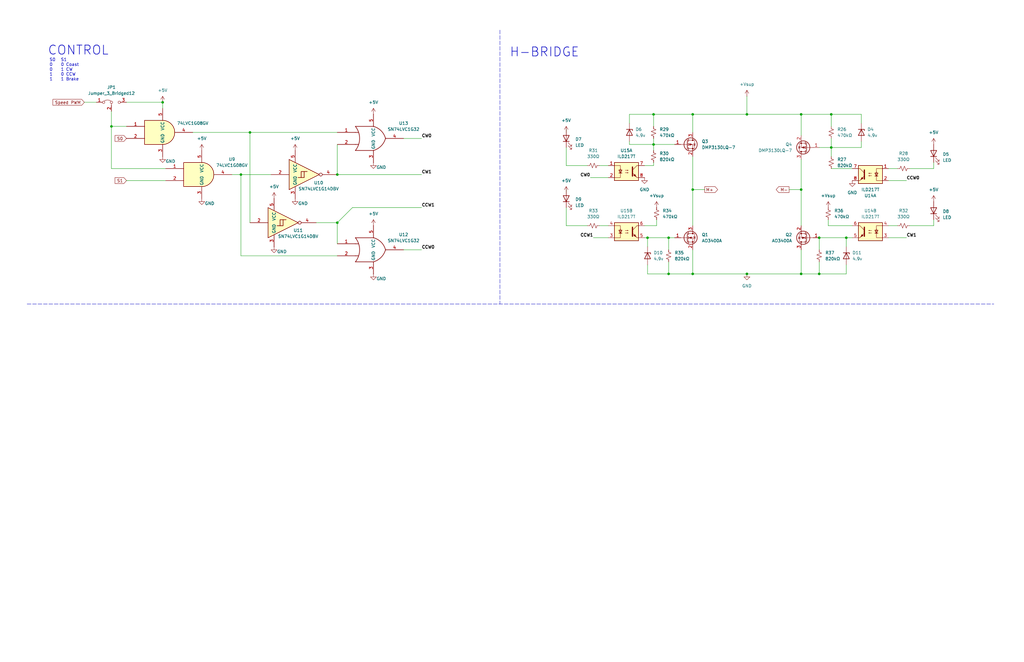
<source format=kicad_sch>
(kicad_sch (version 20250114) (generator "eeschema") (generator_version "9.0")
  (paper "USLedger")
  (lib_symbols
    (symbol "74xGxx:74LVC1G08GV"
      (property "Reference" "U" (at -5.08 7.62 0))
      (property "Value" "74LVC1G08GV" (at 7.62 -7.62 0))
      (symbol "74LVC1G08GV_0_1"
        (arc (start 0 5.08) (mid 5.0579 0) (end 0 -5.08) (stroke (width 0.254)) (fill (type background)))
        (polyline (pts (xy 0 -5.08) (xy -7.62 -5.08) (xy -7.62 5.08) (xy 0 5.08)) (stroke (width 0.254)) (fill (type background)))
      )
      (symbol "74LVC1G08GV_1_1"
        (pin input line (at -15.24 2.54 0) (length 7.62) (name "~") (number "1"))
        (pin input line (at -15.24 -2.54 0) (length 7.62) (name "~") (number "2"))
        (pin power_in line (at 0 10.16 270) (length 5.08) (name "VCC") (number "5"))
        (pin power_in line (at 0 -10.16 90) (length 5.08) (name "GND") (number "3"))
        (pin output line (at 12.7 0 180) (length 7.62) (name "~") (number "4"))
      )
    )
    (symbol "74xGxx:SN74LVC1G14DBV"
      (property "Reference" "U" (at 0 3.81 0))
      (property "Value" "SN74LVC1G14DBV" (at 0 -3.81 0))
      (symbol "SN74LVC1G14DBV_0_1"
        (polyline (pts (xy -7.62 6.35) (xy -7.62 -6.35) (xy 5.08 0) (xy -7.62 6.35)) (stroke (width 0.254)) (fill (type background)))
      )
      (symbol "SN74LVC1G14DBV_1_1"
        (polyline (pts (xy -3.81 -1.27) (xy -1.27 -1.27) (xy -1.27 1.27)) (stroke (width 0.254)))
        (polyline (pts (xy -2.54 -1.27) (xy -2.54 1.27) (xy 0 1.27)) (stroke (width 0.254)))
        (pin input line (at -15.24 0 0) (length 7.62) (name "~") (number "2"))
        (pin no_connect line (at -7.62 5.08 180) (length 5.08) (hide yes) (name "NC") (number "1"))
        (pin power_in line (at -5.08 10.16 270) (length 5.08) (name "VCC") (number "5"))
        (pin power_in line (at -5.08 -10.16 90) (length 5.08) (name "GND") (number "3"))
        (pin output inverted (at 12.7 0 180) (length 7.62) (name "~") (number "4"))
      )
    )
    (symbol "74xGxx:SN74LVC1G32"
      (property "Reference" "U" (at -5.08 7.62 0))
      (property "Value" "SN74LVC1G32" (at 7.62 -7.62 0))
      (symbol "SN74LVC1G32_0_1"
        (arc (start -7.62 5.08) (mid -5.838 0) (end -7.62 -5.08) (stroke (width 0.254)))
        (polyline (pts (xy -7.62 2.54) (xy -6.35 2.54)) (stroke (width 0.254)) (fill (type background)))
        (polyline (pts (xy -7.62 -2.54) (xy -6.35 -2.54)) (stroke (width 0.254)) (fill (type background)))
        (arc (start 5.08 0) (mid 3.202 -3.202) (end 0 -5.08) (stroke (width 0.254)))
        (arc (start 0 5.08) (mid 3.2271 3.2271) (end 5.08 0) (stroke (width 0.254)))
        (polyline (pts (xy 0 5.08) (xy -7.62 5.08)) (stroke (width 0.254)) (fill (type background)))
        (polyline (pts (xy 0 -5.08) (xy -7.62 -5.08)) (stroke (width 0.254)) (fill (type background)))
      )
      (symbol "SN74LVC1G32_1_1"
        (pin input line (at -15.24 2.54 0) (length 7.62) (name "~") (number "1"))
        (pin input line (at -15.24 -2.54 0) (length 7.62) (name "~") (number "2"))
        (pin power_in line (at 0 10.16 270) (length 5.08) (name "VCC") (number "5"))
        (pin power_in line (at 0 -10.16 90) (length 5.08) (name "GND") (number "3"))
        (pin output line (at 12.7 0 180) (length 7.62) (name "~") (number "4"))
      )
    )
    (symbol "CustomBPA:ILD217T" (pin_names (offset 1.016))
      (property "Reference" "U" (at -5.08 5.08 0))
      (property "Value" "ILD217T" (at 0 5.08 0))
      (symbol "ILD217T_0_1"
        (rectangle (start -5.08 3.81) (end 5.08 -3.81) (stroke (width 0.254)) (fill (type background)))
        (polyline (pts (xy -5.08 2.54) (xy -2.54 2.54) (xy -2.54 0.635)))
        (polyline (pts (xy -3.175 -0.635) (xy -1.905 -0.635)) (stroke (width 0.254)))
        (polyline (pts (xy -2.54 -0.635) (xy -3.175 0.635) (xy -1.905 0.635) (xy -2.54 -0.635)) (stroke (width 0.254)))
        (polyline (pts (xy -2.54 -0.635) (xy -2.54 1.27) (xy -2.54 -2.54) (xy -5.08 -2.54)))
        (polyline (pts (xy -0.508 0.508) (xy 0.762 0.508) (xy 0.381 0.381) (xy 0.381 0.635) (xy 0.762 0.508)))
        (polyline (pts (xy -0.508 -0.508) (xy 0.762 -0.508) (xy 0.381 -0.635) (xy 0.381 -0.381) (xy 0.762 -0.508)))
        (polyline (pts (xy 2.54 1.905) (xy 2.54 -1.905) (xy 2.54 -1.905)) (stroke (width 0.508)))
        (polyline (pts (xy 2.54 0.635) (xy 4.445 2.54)))
        (polyline (pts (xy 3.048 -1.651) (xy 3.556 -1.143) (xy 4.064 -2.159) (xy 3.048 -1.651) (xy 3.048 -1.651)) (fill (type outline)))
        (polyline (pts (xy 4.445 2.54) (xy 5.08 2.54)))
        (polyline (pts (xy 4.445 -2.54) (xy 2.54 -0.635)) (fill (type outline)))
        (polyline (pts (xy 4.445 -2.54) (xy 5.08 -2.54)))
      )
      (symbol "ILD217T_1_1"
        (pin passive line (at -7.62 2.54 0) (length 2.54) (name "~") (number "1"))
        (pin passive line (at -7.62 -2.54 0) (length 2.54) (name "~") (number "2"))
        (pin passive line (at 7.62 2.54 180) (length 2.54) (name "~") (number "7"))
        (pin passive line (at 7.62 -2.54 180) (length 2.54) (name "~") (number "8"))
      )
      (symbol "ILD217T_2_1"
        (pin passive line (at -7.62 2.54 0) (length 2.54) (name "~") (number "4"))
        (pin passive line (at -7.62 -2.54 0) (length 2.54) (name "~") (number "3"))
        (pin passive line (at 7.62 2.54 180) (length 2.54) (name "~") (number "6"))
        (pin passive line (at 7.62 -2.54 180) (length 2.54) (name "~") (number "5"))
      )
    )
    (symbol "Device:D_Zener" (pin_numbers (hide yes)) (pin_names (offset 1.016) (hide yes))
      (property "Reference" "D" (at 0 2.54 0))
      (property "Value" "D_Zener" (at 0 -2.54 0))
      (symbol "D_Zener_0_1"
        (polyline (pts (xy -1.27 -1.27) (xy -1.27 1.27) (xy -0.762 1.27)) (stroke (width 0.254)))
        (polyline (pts (xy 1.27 0) (xy -1.27 0)))
        (polyline (pts (xy 1.27 -1.27) (xy 1.27 1.27) (xy -1.27 0) (xy 1.27 -1.27)) (stroke (width 0.254)))
      )
      (symbol "D_Zener_1_1"
        (pin passive line (at -3.81 0 0) (length 2.54) (name "K") (number "1"))
        (pin passive line (at 3.81 0 180) (length 2.54) (name "A") (number "2"))
      )
    )
    (symbol "Device:LED" (pin_numbers (hide yes)) (pin_names (offset 1.016) (hide yes))
      (property "Reference" "D" (at 0 2.54 0))
      (property "Value" "LED" (at 0 -2.54 0))
      (symbol "LED_0_1"
        (polyline (pts (xy -3.048 -0.762) (xy -4.572 -2.286) (xy -3.81 -2.286) (xy -4.572 -2.286) (xy -4.572 -1.524)))
        (polyline (pts (xy -1.778 -0.762) (xy -3.302 -2.286) (xy -2.54 -2.286) (xy -3.302 -2.286) (xy -3.302 -1.524)))
        (polyline (pts (xy -1.27 0) (xy 1.27 0)))
        (polyline (pts (xy -1.27 -1.27) (xy -1.27 1.27)) (stroke (width 0.254)))
        (polyline (pts (xy 1.27 -1.27) (xy 1.27 1.27) (xy -1.27 0) (xy 1.27 -1.27)) (stroke (width 0.254)))
      )
      (symbol "LED_1_1"
        (pin passive line (at -3.81 0 0) (length 2.54) (name "K") (number "1"))
        (pin passive line (at 3.81 0 180) (length 2.54) (name "A") (number "2"))
      )
    )
    (symbol "Device:R_Small_US" (pin_numbers (hide yes)) (pin_names (offset 0.254) (hide yes))
      (property "Reference" "R" (at 0.762 0.508 0))
      (property "Value" "R_Small_US" (at 0.762 -1.016 0))
      (symbol "R_Small_US_1_1"
        (polyline (pts (xy 0 1.524) (xy 1.016 1.143) (xy 0 0.762) (xy -1.016 0.381) (xy 0 0)))
        (polyline (pts (xy 0 0) (xy 1.016 -0.381) (xy 0 -0.762) (xy -1.016 -1.143) (xy 0 -1.524)))
        (pin passive line (at 0 2.54 270) (length 1.016) (name "~") (number "1"))
        (pin passive line (at 0 -2.54 90) (length 1.016) (name "~") (number "2"))
      )
    )
    (symbol "Jumper:Jumper_3_Bridged12" (pin_names (offset 0) (hide yes)) (in_bom no)
      (property "Reference" "JP" (at -2.54 -2.54 0))
      (property "Value" "Jumper_3_Bridged12" (at 0 2.794 0))
      (symbol "Jumper_3_Bridged12_0_0"
        (circle (center -3.302 0) (radius 0.508))
        (circle (center 0 0) (radius 0.508))
        (circle (center 3.302 0) (radius 0.508))
      )
      (symbol "Jumper_3_Bridged12_0_1"
        (arc (start -3.048 0.508) (mid -1.651 0.9912) (end -0.254 0.508))
        (polyline (pts (xy 0 -1.27) (xy 0 -0.508)))
      )
      (symbol "Jumper_3_Bridged12_1_1"
        (pin passive line (at -6.35 0 0) (length 2.54) (name "A") (number "1"))
        (pin passive line (at 0 -3.81 90) (length 2.54) (name "C") (number "2"))
        (pin passive line (at 6.35 0 180) (length 2.54) (name "B") (number "3"))
      )
    )
    (symbol "Transistor_FET:AO3400A" (pin_names (hide yes))
      (property "Reference" "Q" (at 5.08 1.905 0))
      (property "Value" "AO3400A" (at 5.08 0 0))
      (symbol "AO3400A_0_1"
        (polyline (pts (xy 0.254 1.905) (xy 0.254 -1.905)) (stroke (width 0.254)))
        (polyline (pts (xy 0.254 0) (xy -2.54 0)))
        (polyline (pts (xy 0.762 2.286) (xy 0.762 1.27)) (stroke (width 0.254)))
        (polyline (pts (xy 0.762 0.508) (xy 0.762 -0.508)) (stroke (width 0.254)))
        (polyline (pts (xy 0.762 -1.27) (xy 0.762 -2.286)) (stroke (width 0.254)))
        (polyline (pts (xy 0.762 -1.778) (xy 3.302 -1.778) (xy 3.302 1.778) (xy 0.762 1.778)))
        (polyline (pts (xy 1.016 0) (xy 2.032 0.381) (xy 2.032 -0.381) (xy 1.016 0)) (fill (type outline)))
        (circle (center 1.651 0) (radius 2.794) (stroke (width 0.254)))
        (polyline (pts (xy 2.54 2.54) (xy 2.54 1.778)))
        (circle (center 2.54 1.778) (radius 0.254) (fill (type outline)))
        (circle (center 2.54 -1.778) (radius 0.254) (fill (type outline)))
        (polyline (pts (xy 2.54 -2.54) (xy 2.54 0) (xy 0.762 0)))
        (polyline (pts (xy 2.794 0.508) (xy 2.921 0.381) (xy 3.683 0.381) (xy 3.81 0.254)))
        (polyline (pts (xy 3.302 0.381) (xy 2.921 -0.254) (xy 3.683 -0.254) (xy 3.302 0.381)))
      )
      (symbol "AO3400A_1_1"
        (pin input line (at -5.08 0 0) (length 2.54) (name "G") (number "1"))
        (pin passive line (at 2.54 5.08 270) (length 2.54) (name "D") (number "3"))
        (pin passive line (at 2.54 -5.08 90) (length 2.54) (name "S") (number "2"))
      )
    )
    (symbol "Transistor_FET:DMP3130LQ-7" (pin_names (offset 0) (hide yes))
      (property "Reference" "Q" (at 5.08 1.905 0))
      (property "Value" "DMP3130LQ-7" (at 5.08 0 0))
      (symbol "DMP3130LQ-7_0_1"
        (polyline (pts (xy 0.254 1.905) (xy 0.254 -1.905)) (stroke (width 0.254)))
        (polyline (pts (xy 0.254 0) (xy -2.54 0)))
        (polyline (pts (xy 0.762 2.286) (xy 0.762 1.27)) (stroke (width 0.254)))
        (polyline (pts (xy 0.762 1.778) (xy 3.302 1.778) (xy 3.302 -1.778) (xy 0.762 -1.778)))
        (polyline (pts (xy 0.762 0.508) (xy 0.762 -0.508)) (stroke (width 0.254)))
        (polyline (pts (xy 0.762 -1.27) (xy 0.762 -2.286)) (stroke (width 0.254)))
        (circle (center 1.651 0) (radius 2.794) (stroke (width 0.254)))
        (polyline (pts (xy 2.286 0) (xy 1.27 0.381) (xy 1.27 -0.381) (xy 2.286 0)) (fill (type outline)))
        (polyline (pts (xy 2.54 2.54) (xy 2.54 1.778)))
        (circle (center 2.54 1.778) (radius 0.254) (fill (type outline)))
        (circle (center 2.54 -1.778) (radius 0.254) (fill (type outline)))
        (polyline (pts (xy 2.54 -2.54) (xy 2.54 0) (xy 0.762 0)))
        (polyline (pts (xy 2.921 -0.381) (xy 3.683 -0.381)))
        (polyline (pts (xy 3.302 -0.381) (xy 2.921 0.254) (xy 3.683 0.254) (xy 3.302 -0.381)))
      )
      (symbol "DMP3130LQ-7_1_1"
        (pin input line (at -5.08 0 0) (length 2.54) (name "G") (number "1"))
        (pin passive line (at 2.54 5.08 270) (length 2.54) (name "D") (number "3"))
        (pin passive line (at 2.54 -5.08 90) (length 2.54) (name "S") (number "2"))
      )
    )
    (symbol "power:+12V" (power) (pin_numbers (hide yes)) (pin_names (offset 0) (hide yes))
      (property "Value" "+12V" (at 0 3.556 0))
      (symbol "+12V_0_1"
        (polyline (pts (xy -0.762 1.27) (xy 0 2.54)))
        (polyline (pts (xy 0 2.54) (xy 0.762 1.27)))
        (polyline (pts (xy 0 0) (xy 0 2.54)))
      )
      (symbol "+12V_1_1"
        (pin power_in line (at 0 0 90) (length 0) (name "~") (number "1"))
      )
    )
    (symbol "power:+5V" (power) (pin_numbers (hide yes)) (pin_names (offset 0) (hide yes))
      (property "Value" "+5V" (at 0 3.556 0))
      (symbol "+5V_0_1"
        (polyline (pts (xy -0.762 1.27) (xy 0 2.54)))
        (polyline (pts (xy 0 2.54) (xy 0.762 1.27)))
        (polyline (pts (xy 0 0) (xy 0 2.54)))
      )
      (symbol "+5V_1_1"
        (pin power_in line (at 0 0 90) (length 0) (name "~") (number "1"))
      )
    )
    (symbol "power:GND" (power) (pin_numbers (hide yes)) (pin_names (offset 0) (hide yes))
      (property "Value" "GND" (at 0 -3.81 0))
      (symbol "GND_0_1"
        (polyline (pts (xy 0 0) (xy 0 -1.27) (xy 1.27 -1.27) (xy 0 -2.54) (xy -1.27 -1.27) (xy 0 -1.27)))
      )
      (symbol "GND_1_1"
        (pin power_in line (at 0 0 270) (length 0) (name "~") (number "1"))
      )
    )
  )
  (text "CONTROL" (at 33.02 21.336 0) (effects (font (size 3.81 3.81) (thickness 0.254) (bold yes))))
  (text "S0	S1\n0	0 Coast\n0	1 CW\n1	0 CCW\n1	1 Brake" (at 20.828 29.464 0) (effects (font (size 1.27 1.27) (thickness 0.1588)) (justify left)))
  (text "H-BRIDGE" (at 229.616 22.098 0) (effects (font (size 3.81 3.81) (thickness 0.254) (bold yes))))
  (junction (at 275.59 48.26))
  (junction (at 345.44 115.57))
  (junction (at 337.82 48.26))
  (junction (at 345.44 100.33))
  (junction (at 314.96 115.57))
  (junction (at 142.24 93.98))
  (junction (at 273.05 100.33))
  (junction (at 101.6 73.66))
  (junction (at 142.24 73.66))
  (junction (at 356.87 100.33))
  (junction (at 337.82 115.57))
  (junction (at 46.99 53.34))
  (junction (at 350.52 62.23))
  (junction (at 68.58 43.18))
  (junction (at 292.1 80.01))
  (junction (at 292.1 115.57))
  (junction (at 292.1 48.26))
  (junction (at 314.96 48.26))
  (junction (at 281.94 100.33))
  (junction (at 337.82 80.01))
  (junction (at 105.41 55.88))
  (junction (at 275.59 60.96))
  (junction (at 350.52 48.26))
  (junction (at 281.94 115.57))
  (wire (pts (xy 273.05 100.33) (xy 281.94 100.33)))
  (wire (pts (xy 265.43 60.96) (xy 275.59 60.96)))
  (wire (pts (xy 382.27 100.33) (xy 374.65 100.33)))
  (wire (pts (xy 275.59 48.26) (xy 292.1 48.26)))
  (wire (pts (xy 350.52 48.26) (xy 363.22 48.26)))
  (wire (pts (xy 101.6 73.66) (xy 101.6 107.95)))
  (wire (pts (xy 273.05 100.33) (xy 273.05 104.14)))
  (wire (pts (xy 350.52 62.23) (xy 350.52 66.04)))
  (wire (pts (xy 281.94 100.33) (xy 284.48 100.33)))
  (wire (pts (xy 142.24 60.96) (xy 142.24 73.66)))
  (wire (pts (xy 271.78 100.33) (xy 273.05 100.33)))
  (wire (pts (xy 314.96 40.64) (xy 314.96 48.26)))
  (polyline (pts (xy 210.82 12.7) (xy 210.82 128.27)) (stroke (width 0) (type dash)))
  (wire (pts (xy 238.76 87.63) (xy 238.76 95.25)))
  (wire (pts (xy 275.59 58.42) (xy 275.59 60.96)))
  (wire (pts (xy 337.82 67.31) (xy 337.82 80.01)))
  (wire (pts (xy 281.94 100.33) (xy 281.94 105.41)))
  (wire (pts (xy 265.43 59.69) (xy 265.43 60.96)))
  (wire (pts (xy 133.35 93.98) (xy 142.24 93.98)))
  (wire (pts (xy 273.05 115.57) (xy 281.94 115.57)))
  (wire (pts (xy 252.73 69.85) (xy 256.54 69.85)))
  (wire (pts (xy 314.96 48.26) (xy 337.82 48.26)))
  (wire (pts (xy 349.25 95.25) (xy 359.41 95.25)))
  (wire (pts (xy 275.59 48.26) (xy 275.59 53.34)))
  (wire (pts (xy 393.7 68.58) (xy 393.7 71.12)))
  (wire (pts (xy 345.44 100.33) (xy 345.44 105.41)))
  (wire (pts (xy 393.7 92.71) (xy 393.7 95.25)))
  (wire (pts (xy 350.52 58.42) (xy 350.52 62.23)))
  (wire (pts (xy 53.34 53.34) (xy 46.99 53.34)))
  (wire (pts (xy 281.94 115.57) (xy 292.1 115.57)))
  (wire (pts (xy 281.94 110.49) (xy 281.94 115.57)))
  (wire (pts (xy 292.1 80.01) (xy 297.18 80.01)))
  (wire (pts (xy 292.1 105.41) (xy 292.1 115.57)))
  (wire (pts (xy 142.24 93.98) (xy 142.24 102.87)))
  (wire (pts (xy 238.76 55.88) (xy 238.76 54.61)))
  (wire (pts (xy 275.59 60.96) (xy 284.48 60.96)))
  (wire (pts (xy 275.59 60.96) (xy 275.59 63.5)))
  (wire (pts (xy 345.44 115.57) (xy 356.87 115.57)))
  (wire (pts (xy 350.52 48.26) (xy 350.52 53.34)))
  (wire (pts (xy 271.78 95.25) (xy 276.86 95.25)))
  (wire (pts (xy 374.65 76.2) (xy 382.27 76.2)))
  (wire (pts (xy 292.1 80.01) (xy 292.1 95.25)))
  (wire (pts (xy 68.58 43.18) (xy 68.58 45.72)))
  (wire (pts (xy 345.44 100.33) (xy 356.87 100.33)))
  (wire (pts (xy 238.76 95.25) (xy 247.65 95.25)))
  (wire (pts (xy 350.52 62.23) (xy 363.22 62.23)))
  (wire (pts (xy 332.74 80.01) (xy 337.82 80.01)))
  (wire (pts (xy 250.19 100.33) (xy 256.54 100.33)))
  (wire (pts (xy 345.44 62.23) (xy 350.52 62.23)))
  (wire (pts (xy 356.87 100.33) (xy 359.41 100.33)))
  (wire (pts (xy 265.43 48.26) (xy 275.59 48.26)))
  (wire (pts (xy 337.82 105.41) (xy 337.82 115.57)))
  (wire (pts (xy 345.44 110.49) (xy 345.44 115.57)))
  (wire (pts (xy 292.1 115.57) (xy 314.96 115.57)))
  (wire (pts (xy 81.28 55.88) (xy 105.41 55.88)))
  (wire (pts (xy 349.25 92.71) (xy 349.25 95.25)))
  (wire (pts (xy 238.76 81.28) (xy 238.76 80.01)))
  (wire (pts (xy 337.82 115.57) (xy 345.44 115.57)))
  (wire (pts (xy 383.54 95.25) (xy 393.7 95.25)))
  (polyline (pts (xy 11.43 128.27) (xy 419.1 128.27)) (stroke (width 0) (type dash)))
  (wire (pts (xy 374.65 95.25) (xy 378.46 95.25)))
  (wire (pts (xy 35.56 43.18) (xy 40.64 43.18)))
  (wire (pts (xy 53.34 76.2) (xy 69.85 76.2)))
  (wire (pts (xy 238.76 62.23) (xy 238.76 69.85)))
  (wire (pts (xy 350.52 71.12) (xy 359.41 71.12)))
  (wire (pts (xy 46.99 46.99) (xy 46.99 53.34)))
  (wire (pts (xy 265.43 48.26) (xy 265.43 52.07)))
  (wire (pts (xy 374.65 71.12) (xy 378.46 71.12)))
  (wire (pts (xy 356.87 100.33) (xy 356.87 104.14)))
  (wire (pts (xy 170.18 105.41) (xy 177.8 105.41)))
  (wire (pts (xy 273.05 111.76) (xy 273.05 115.57)))
  (wire (pts (xy 177.8 87.63) (xy 148.59 87.63)))
  (wire (pts (xy 271.78 69.85) (xy 275.59 69.85)))
  (wire (pts (xy 337.82 80.01) (xy 337.82 95.25)))
  (wire (pts (xy 105.41 55.88) (xy 142.24 55.88)))
  (wire (pts (xy 292.1 48.26) (xy 314.96 48.26)))
  (wire (pts (xy 363.22 48.26) (xy 363.22 52.07)))
  (wire (pts (xy 356.87 111.76) (xy 356.87 115.57)))
  (wire (pts (xy 97.79 73.66) (xy 101.6 73.66)))
  (wire (pts (xy 105.41 55.88) (xy 105.41 93.98)))
  (wire (pts (xy 337.82 48.26) (xy 350.52 48.26)))
  (wire (pts (xy 292.1 66.04) (xy 292.1 80.01)))
  (wire (pts (xy 292.1 48.26) (xy 292.1 55.88)))
  (wire (pts (xy 53.34 43.18) (xy 68.58 43.18)))
  (wire (pts (xy 101.6 73.66) (xy 114.3 73.66)))
  (wire (pts (xy 275.59 68.58) (xy 275.59 69.85)))
  (wire (pts (xy 177.8 58.42) (xy 170.18 58.42)))
  (wire (pts (xy 148.59 87.63) (xy 142.24 93.98)))
  (wire (pts (xy 252.73 95.25) (xy 256.54 95.25)))
  (wire (pts (xy 142.24 73.66) (xy 177.8 73.66)))
  (wire (pts (xy 314.96 115.57) (xy 337.82 115.57)))
  (wire (pts (xy 276.86 92.71) (xy 276.86 95.25)))
  (wire (pts (xy 256.54 74.93) (xy 248.92 74.93)))
  (wire (pts (xy 383.54 71.12) (xy 393.7 71.12)))
  (wire (pts (xy 46.99 71.12) (xy 69.85 71.12)))
  (wire (pts (xy 363.22 59.69) (xy 363.22 62.23)))
  (wire (pts (xy 238.76 69.85) (xy 247.65 69.85)))
  (wire (pts (xy 337.82 48.26) (xy 337.82 57.15)))
  (wire (pts (xy 101.6 107.95) (xy 142.24 107.95)))
  (wire (pts (xy 46.99 53.34) (xy 46.99 71.12)))
  (label "CCW0" (at 177.8 105.41 0) (effects (font (thickness 0.254) (bold yes))))
  (label "CW0" (at 177.8 58.42 0) (effects (font (thickness 0.254) (bold yes))))
  (label "CW1" (at 177.8 73.66 0) (effects (font (thickness 0.254) (bold yes))))
  (label "CW1" (at 382.27 100.33 0) (effects (font (thickness 0.254) (bold yes))))
  (label "CCW1" (at 177.8 87.63 0) (effects (font (thickness 0.254) (bold yes))))
  (label "CCW0" (at 382.27 76.2 0) (effects (font (thickness 0.254) (bold yes))))
  (label "CW0" (at 248.92 74.93 180) (effects (font (thickness 0.254) (bold yes))))
  (label "CCW1" (at 250.19 100.33 180) (effects (font (thickness 0.254) (bold yes))))
  (global_label "M+" (shape output) (at 297.18 80.01 0) (property "Intersheetrefs" "${INTERSHEET_REFS}" (effects (hide yes))))
  (global_label "M-" (shape output) (at 332.74 80.01 180) (property "Intersheetrefs" "${INTERSHEET_REFS}" (effects (hide yes))))
  (global_label "S0" (shape input) (at 53.34 58.42 180) (property "Intersheetrefs" "${INTERSHEET_REFS}" (effects (hide yes))))
  (global_label "S1" (shape input) (at 53.34 76.2 180) (property "Intersheetrefs" "${INTERSHEET_REFS}" (effects (hide yes))))
  (global_label "Speed PWM" (shape input) (at 35.56 43.18 180) (property "Intersheetrefs" "${INTERSHEET_REFS}" (effects (hide yes))))
  (symbol (lib_id "power:GND") (at 157.48 68.58 0) (unit 1)
    (property "Reference" "#PWR072" (effects (hide yes)))
    (property "Value" "GND" (at 160.782 70.612 0))
  )
  (symbol (lib_id "74xGxx:SN74LVC1G14DBV") (at 120.65 93.98 0) (unit 1)
    (property "Reference" "U11" (at 125.73 97.2118 0))
    (property "Value" "SN74LVC1G14DBV" (at 125.73 99.7518 0))
    (property "Footprint" "Package_TO_SOT_SMD:SOT-23-5" (effects (hide yes)))
    (property "Datasheet" "https://www.ti.com/lit/ds/symlink/sn74lvc1g14.pdf" (effects (hide yes)))
    (property "Description" "Single Schmitt NOT Gate, Low-Voltage CMOS, SOT-23" (effects (hide yes)))
  )
  (symbol (lib_id "power:+5V") (at 238.76 55.88 0) (unit 1)
    (property "Reference" "#PWR075" (effects (hide yes)))
    (property "Value" "+5V" (at 238.76 50.8 0))
    (property "Description" "Power symbol creates a global label with name \"+5V\"" (effects (hide yes)))
  )
  (symbol (lib_id "power:+5V") (at 238.76 81.28 0) (unit 1)
    (property "Reference" "#PWR077" (effects (hide yes)))
    (property "Value" "+5V" (at 238.76 76.2 0))
    (property "Description" "Power symbol creates a global label with name \"+5V\"" (effects (hide yes)))
  )
  (symbol (lib_id "Device:R_Small_US") (at 275.59 55.88 0) (unit 1)
    (property "Reference" "R29" (at 278.13 54.6099 0) (effects (justify left)))
    (property "Value" "470kΩ" (at 278.13 57.1499 0) (effects (justify left)))
    (property "Footprint" "Resistor_SMD:R_0201_0603Metric" (effects (hide yes)))
    (property "Description" "Resistor, small US symbol" (effects (hide yes)))
  )
  (symbol (lib_id "Device:R_Small_US") (at 350.52 68.58 0) (unit 1)
    (property "Reference" "R27" (at 353.06 67.3099 0) (effects (justify left)))
    (property "Value" "820kΩ" (at 353.06 69.8499 0) (effects (justify left)))
    (property "Footprint" "Resistor_SMD:R_0201_0603Metric" (effects (hide yes)))
    (property "Description" "Resistor, small US symbol" (effects (hide yes)))
  )
  (symbol (lib_id "power:+5V") (at 157.48 95.25 0) (unit 1)
    (property "Reference" "#PWR068" (effects (hide yes)))
    (property "Value" "+5V" (at 157.48 90.17 0))
    (property "Description" "Power symbol creates a global label with name \"+5V\"" (effects (hide yes)))
  )
  (symbol (lib_id "Device:D_Zener") (at 363.22 55.88 270) (unit 1)
    (property "Reference" "D4" (at 365.76 54.6099 90) (effects (justify left)))
    (property "Value" "4.9v" (at 365.76 57.1499 90) (effects (justify left)))
    (property "Footprint" "Diode_SMD:D_SOD-123" (effects (hide yes)))
    (property "Description" "Zener diode" (effects (hide yes)))
  )
  (symbol (lib_id "Device:R_Small_US") (at 281.94 107.95 0) (unit 1)
    (property "Reference" "R35" (at 284.48 106.6799 0) (effects (justify left)))
    (property "Value" "820kΩ" (at 284.48 109.2199 0) (effects (justify left)))
    (property "Footprint" "Resistor_SMD:R_0201_0603Metric" (effects (hide yes)))
    (property "Description" "Resistor, small US symbol" (effects (hide yes)))
  )
  (symbol (lib_id "power:GND") (at 157.48 115.57 0) (unit 1)
    (property "Reference" "#PWR071" (effects (hide yes)))
    (property "Value" "GND" (at 160.782 117.602 0))
  )
  (symbol (lib_id "CustomBPA:ILD217T") (at 367.03 73.66 0) (mirror y) (unit 1)
    (property "Reference" "U14" (at 367.03 82.55 0))
    (property "Value" "ILD217T" (at 367.03 80.01 0))
    (property "Footprint" "CustomBPA:SOIC-8_5.46mm_P1.27" (effects (hide yes)))
    (property "Datasheet" "https://jlcpcb.com/api/file/downloadByFileSystemAccessId/8586196888806690816" (effects (hide yes)))
    (property "Description" "Dual Optocoupler, NPN Phototransistor Output, TTL compatible, DIP8/SMD8" (effects (hide yes)))
  )
  (symbol (lib_id "power:+5V") (at 124.46 63.5 0) (unit 1)
    (property "Reference" "#PWR066" (effects (hide yes)))
    (property "Value" "+5V" (at 124.46 58.42 0))
    (property "Description" "Power symbol creates a global label with name \"+5V\"" (effects (hide yes)))
  )
  (symbol (lib_id "power:GND") (at 85.09 83.82 0) (unit 1)
    (property "Reference" "#PWR065" (effects (hide yes)))
    (property "Value" "GND" (at 88.392 85.852 0))
  )
  (symbol (lib_id "power:+5V") (at 157.48 48.26 0) (unit 1)
    (property "Reference" "#PWR067" (effects (hide yes)))
    (property "Value" "+5V" (at 157.48 43.18 0))
    (property "Description" "Power symbol creates a global label with name \"+5V\"" (effects (hide yes)))
  )
  (symbol (lib_id "power:+5V") (at 393.7 60.96 0) (unit 1)
    (property "Reference" "#PWR074" (effects (hide yes)))
    (property "Value" "+5V" (at 393.7 55.88 0))
    (property "Description" "Power symbol creates a global label with name \"+5V\"" (effects (hide yes)))
  )
  (symbol (lib_id "Transistor_FET:AO3400A") (at 289.56 100.33 0) (unit 1)
    (property "Reference" "Q1" (at 295.91 99.0599 0) (effects (justify left)))
    (property "Value" "AO3400A" (at 295.91 101.5999 0) (effects (justify left)))
    (property "Footprint" "Package_TO_SOT_SMD:SOT-23" (effects (hide yes)))
    (property "Datasheet" "http://www.aosmd.com/pdfs/datasheet/AO3400A.pdf" (effects (hide yes)))
    (property "Description" "30V Vds, 5.7A Id, N-Channel MOSFET, SOT-23" (effects (hide yes)))
  )
  (symbol (lib_id "CustomBPA:ILD217T") (at 367.03 97.79 0) (mirror y) (unit 2)
    (property "Reference" "U14" (at 367.03 88.9 0))
    (property "Value" "ILD217T" (at 367.03 91.44 0))
    (property "Footprint" "CustomBPA:SOIC-8_5.46mm_P1.27" (effects (hide yes)))
    (property "Datasheet" "https://jlcpcb.com/api/file/downloadByFileSystemAccessId/8586196888806690816" (effects (hide yes)))
    (property "Description" "Dual Optocoupler, NPN Phototransistor Output, TTL compatible, DIP8/SMD8" (effects (hide yes)))
  )
  (symbol (lib_id "Device:R_Small_US") (at 250.19 69.85 90) (unit 1)
    (property "Reference" "R31" (at 250.19 63.5 90))
    (property "Value" "330Ω" (at 250.19 66.04 90))
    (property "Footprint" "Resistor_SMD:R_0201_0603Metric" (effects (hide yes)))
    (property "Description" "Resistor, small US symbol" (effects (hide yes)))
  )
  (symbol (lib_id "Device:LED") (at 238.76 83.82 90) (unit 1)
    (property "Reference" "D9" (at 242.57 84.1374 90) (effects (justify right)))
    (property "Value" "LED" (at 242.57 86.6774 90) (effects (justify right)))
    (property "Footprint" "LED_SMD:LED_0805_2012Metric" (effects (hide yes)))
    (property "Description" "Light emitting diode" (effects (hide yes)))
    (property "Sim.Pins" "1=K 2=A" (effects (hide yes)))
  )
  (symbol (lib_id "power:+5V") (at 85.09 63.5 0) (unit 1)
    (property "Reference" "#PWR064" (effects (hide yes)))
    (property "Value" "+5V" (at 85.09 58.42 0))
    (property "Description" "Power symbol creates a global label with name \"+5V\"" (effects (hide yes)))
  )
  (symbol (lib_id "power:GND") (at 359.41 76.2 0) (unit 1)
    (property "Reference" "#PWR073" (effects (hide yes)))
    (property "Value" "GND" (at 359.41 81.28 0))
    (property "Description" "Power symbol creates a global label with name \"GND\" , ground" (effects (hide yes)))
  )
  (symbol (lib_id "Device:R_Small_US") (at 349.25 90.17 0) (unit 1)
    (property "Reference" "R36" (at 351.79 88.8999 0) (effects (justify left)))
    (property "Value" "470kΩ" (at 351.79 91.4399 0) (effects (justify left)))
    (property "Footprint" "Resistor_SMD:R_0201_0603Metric" (effects (hide yes)))
    (property "Description" "Resistor, small US symbol" (effects (hide yes)))
  )
  (symbol (lib_id "Device:R_Small_US") (at 381 71.12 90) (unit 1)
    (property "Reference" "R28" (at 381 64.77 90))
    (property "Value" "330Ω" (at 381 67.31 90))
    (property "Footprint" "Resistor_SMD:R_0201_0603Metric" (effects (hide yes)))
    (property "Description" "Resistor, small US symbol" (effects (hide yes)))
  )
  (symbol (lib_id "74xGxx:74LVC1G08GV") (at 68.58 55.88 0) (unit 1)
    (property "Reference" "U8" (effects (hide yes)))
    (property "Value" "74LVC1G08GV" (at 81.28 51.9998 0))
    (property "Footprint" "Package_TO_SOT_SMD:SOT-23-5" (effects (hide yes)))
    (property "Datasheet" "https://jlcpcb.com/api/file/downloadByFileSystemAccessId/8603392564729307136" (effects (hide yes)))
    (property "Description" "Single AND Gate, Low-Voltage CMOS" (effects (hide yes)))
  )
  (symbol (lib_id "Device:R_Small_US") (at 350.52 55.88 0) (unit 1)
    (property "Reference" "R26" (at 353.06 54.6099 0) (effects (justify left)))
    (property "Value" "470kΩ" (at 353.06 57.1499 0) (effects (justify left)))
    (property "Footprint" "Resistor_SMD:R_0201_0603Metric" (effects (hide yes)))
    (property "Description" "Resistor, small US symbol" (effects (hide yes)))
  )
  (symbol (lib_id "power:+5V") (at 393.7 85.09 0) (unit 1)
    (property "Reference" "#PWR076" (effects (hide yes)))
    (property "Value" "+5V" (at 393.7 80.01 0))
    (property "Description" "Power symbol creates a global label with name \"+5V\"" (effects (hide yes)))
  )
  (symbol (lib_id "power:+5V") (at 115.57 83.82 0) (unit 1)
    (property "Reference" "#PWR062" (effects (hide yes)))
    (property "Value" "+5V" (at 115.57 78.74 0))
    (property "Description" "Power symbol creates a global label with name \"+5V\"" (effects (hide yes)))
  )
  (symbol (lib_id "Device:R_Small_US") (at 276.86 90.17 0) (unit 1)
    (property "Reference" "R34" (at 279.4 88.8999 0) (effects (justify left)))
    (property "Value" "470kΩ" (at 279.4 91.4399 0) (effects (justify left)))
    (property "Footprint" "Resistor_SMD:R_0201_0603Metric" (effects (hide yes)))
    (property "Description" "Resistor, small US symbol" (effects (hide yes)))
  )
  (symbol (lib_id "Device:D_Zener") (at 356.87 107.95 270) (unit 1)
    (property "Reference" "D11" (at 359.41 106.6799 90) (effects (justify left)))
    (property "Value" "4.9v" (at 359.41 109.2199 90) (effects (justify left)))
    (property "Footprint" "Diode_SMD:D_SOD-123" (effects (hide yes)))
    (property "Description" "Zener diode" (effects (hide yes)))
  )
  (symbol (lib_id "Device:R_Small_US") (at 381 95.25 90) (unit 1)
    (property "Reference" "R32" (at 381 88.9 90))
    (property "Value" "330Ω" (at 381 91.44 90))
    (property "Footprint" "Resistor_SMD:R_0201_0603Metric" (effects (hide yes)))
    (property "Description" "Resistor, small US symbol" (effects (hide yes)))
  )
  (symbol (lib_id "74xGxx:SN74LVC1G32") (at 157.48 105.41 0) (unit 1)
    (property "Reference" "U12" (at 170.18 98.9898 0))
    (property "Value" "SN74LVC1G32" (at 170.18 101.5298 0))
    (property "Footprint" "Package_TO_SOT_SMD:SOT-23-5" (effects (hide yes)))
    (property "Datasheet" "http://www.ti.com/lit/sg/scyt129e/scyt129e.pdf" (effects (hide yes)))
    (property "Description" "Single OR Gate, Low-Voltage CMOS" (effects (hide yes)))
  )
  (symbol (lib_id "74xGxx:SN74LVC1G14DBV") (at 129.54 73.66 0) (unit 1)
    (property "Reference" "U10" (at 134.366 77.1458 0))
    (property "Value" "SN74LVC1G14DBV" (at 134.366 79.6858 0))
    (property "Footprint" "Package_TO_SOT_SMD:SOT-23-5" (effects (hide yes)))
    (property "Datasheet" "https://www.ti.com/lit/ds/symlink/sn74lvc1g14.pdf" (effects (hide yes)))
    (property "Description" "Single Schmitt NOT Gate, Low-Voltage CMOS, SOT-23" (effects (hide yes)))
  )
  (symbol (lib_id "power:+12V") (at 314.96 40.64 0) (unit 1)
    (property "Reference" "#PWR078" (effects (hide yes)))
    (property "Value" "+Vsup" (at 314.96 35.56 0))
    (property "Description" "Power symbol creates a global label with name \"+Vsup\"" (effects (hide yes)))
  )
  (symbol (lib_id "Device:D_Zener") (at 273.05 107.95 270) (unit 1)
    (property "Reference" "D10" (at 275.59 106.6799 90) (effects (justify left)))
    (property "Value" "4.9v" (at 275.59 109.2199 90) (effects (justify left)))
    (property "Footprint" "Diode_SMD:D_SOD-123" (effects (hide yes)))
    (property "Description" "Zener diode" (effects (hide yes)))
  )
  (symbol (lib_id "Device:R_Small_US") (at 345.44 107.95 0) (unit 1)
    (property "Reference" "R37" (at 347.98 106.6799 0) (effects (justify left)))
    (property "Value" "820kΩ" (at 347.98 109.2199 0) (effects (justify left)))
    (property "Footprint" "Resistor_SMD:R_0201_0603Metric" (effects (hide yes)))
    (property "Description" "Resistor, small US symbol" (effects (hide yes)))
  )
  (symbol (lib_id "power:GND") (at 68.58 66.04 0) (unit 1)
    (property "Reference" "#PWR063" (effects (hide yes)))
    (property "Value" "GND" (at 71.882 68.072 0))
  )
  (symbol (lib_id "Device:LED") (at 393.7 64.77 90) (unit 1)
    (property "Reference" "D5" (at 397.51 65.0874 90) (effects (justify right)))
    (property "Value" "LED" (at 397.51 67.6274 90) (effects (justify right)))
    (property "Footprint" "LED_SMD:LED_0805_2012Metric" (effects (hide yes)))
    (property "Description" "Light emitting diode" (effects (hide yes)))
    (property "Sim.Pins" "1=K 2=A" (effects (hide yes)))
  )
  (symbol (lib_id "power:GND") (at 124.46 83.82 0) (unit 1)
    (property "Reference" "#PWR069" (effects (hide yes)))
    (property "Value" "GND" (at 127.762 85.852 0))
  )
  (symbol (lib_id "Device:R_Small_US") (at 275.59 66.04 0) (unit 1)
    (property "Reference" "R30" (at 278.13 64.7699 0) (effects (justify left)))
    (property "Value" "820kΩ" (at 278.13 67.3099 0) (effects (justify left)))
    (property "Footprint" "Resistor_SMD:R_0201_0603Metric" (effects (hide yes)))
    (property "Description" "Resistor, small US symbol" (effects (hide yes)))
  )
  (symbol (lib_id "power:+5V") (at 68.58 43.18 0) (unit 1)
    (property "Reference" "#PWR061" (effects (hide yes)))
    (property "Value" "+5V" (at 68.58 38.1 0))
    (property "Description" "Power symbol creates a global label with name \"+5V\"" (effects (hide yes)))
  )
  (symbol (lib_id "power:GND") (at 271.78 74.93 0) (unit 1)
    (property "Reference" "#PWR081" (effects (hide yes)))
    (property "Value" "GND" (at 271.78 80.01 0))
    (property "Description" "Power symbol creates a global label with name \"GND\" , ground" (effects (hide yes)))
  )
  (symbol (lib_id "power:+12V") (at 349.25 87.63 0) (unit 1)
    (property "Reference" "#PWR080" (effects (hide yes)))
    (property "Value" "+Vsup" (at 349.25 82.55 0))
    (property "Description" "Power symbol creates a global label with name \"+Vsup\"" (effects (hide yes)))
  )
  (symbol (lib_id "Device:LED") (at 238.76 58.42 90) (unit 1)
    (property "Reference" "D7" (at 242.57 58.7374 90) (effects (justify right)))
    (property "Value" "LED" (at 242.57 61.2774 90) (effects (justify right)))
    (property "Footprint" "LED_SMD:LED_0805_2012Metric" (effects (hide yes)))
    (property "Description" "Light emitting diode" (effects (hide yes)))
    (property "Sim.Pins" "1=K 2=A" (effects (hide yes)))
  )
  (symbol (lib_id "Device:D_Zener") (at 265.43 55.88 270) (unit 1)
    (property "Reference" "D6" (at 267.97 54.6099 90) (effects (justify left)))
    (property "Value" "4.9v" (at 267.97 57.1499 90) (effects (justify left)))
    (property "Footprint" "Diode_SMD:D_SOD-123" (effects (hide yes)))
    (property "Description" "Zener diode" (effects (hide yes)))
  )
  (symbol (lib_id "power:+12V") (at 276.86 87.63 0) (unit 1)
    (property "Reference" "#PWR079" (effects (hide yes)))
    (property "Value" "+Vsup" (at 276.86 82.55 0))
    (property "Description" "Power symbol creates a global label with name \"+Vsup\"" (effects (hide yes)))
  )
  (symbol (lib_id "Device:R_Small_US") (at 250.19 95.25 90) (unit 1)
    (property "Reference" "R33" (at 250.19 88.9 90))
    (property "Value" "330Ω" (at 250.19 91.44 90))
    (property "Footprint" "Resistor_SMD:R_0201_0603Metric" (effects (hide yes)))
    (property "Description" "Resistor, small US symbol" (effects (hide yes)))
  )
  (symbol (lib_id "74xGxx:SN74LVC1G32") (at 157.48 58.42 0) (unit 1)
    (property "Reference" "U13" (at 170.18 51.9998 0))
    (property "Value" "SN74LVC1G32" (at 170.18 54.5398 0))
    (property "Footprint" "Package_TO_SOT_SMD:SOT-23-5" (effects (hide yes)))
    (property "Datasheet" "http://www.ti.com/lit/sg/scyt129e/scyt129e.pdf" (effects (hide yes)))
    (property "Description" "Single OR Gate, Low-Voltage CMOS" (effects (hide yes)))
  )
  (symbol (lib_id "74xGxx:74LVC1G08GV") (at 85.09 73.66 0) (unit 1)
    (property "Reference" "U9" (at 97.79 67.2398 0))
    (property "Value" "74LVC1G08GV" (at 97.79 69.7798 0))
    (property "Footprint" "Package_TO_SOT_SMD:SOT-23-5" (effects (hide yes)))
    (property "Datasheet" "https://jlcpcb.com/api/file/downloadByFileSystemAccessId/8603392564729307136" (effects (hide yes)))
    (property "Description" "Single AND Gate, Low-Voltage CMOS" (effects (hide yes)))
  )
  (symbol (lib_id "CustomBPA:ILD217T") (at 264.16 97.79 0) (unit 2)
    (property "Reference" "U15" (at 264.16 88.9 0))
    (property "Value" "ILD217T" (at 264.16 91.44 0))
    (property "Footprint" "CustomBPA:SOIC-8_5.46mm_P1.27" (effects (hide yes)))
    (property "Datasheet" "https://jlcpcb.com/api/file/downloadByFileSystemAccessId/8586196888806690816" (effects (hide yes)))
    (property "Description" "Dual Optocoupler, NPN Phototransistor Output, TTL compatible, DIP8/SMD8" (effects (hide yes)))
  )
  (symbol (lib_id "power:GND") (at 314.96 115.57 0) (unit 1)
    (property "Reference" "#PWR027" (effects (hide yes)))
    (property "Value" "GND" (at 314.96 120.65 0))
    (property "Description" "Power symbol creates a global label with name \"GND\" , ground" (effects (hide yes)))
  )
  (symbol (lib_id "Device:LED") (at 393.7 88.9 90) (unit 1)
    (property "Reference" "D8" (at 397.51 89.2174 90) (effects (justify right)))
    (property "Value" "LED" (at 397.51 91.7574 90) (effects (justify right)))
    (property "Footprint" "LED_SMD:LED_0805_2012Metric" (effects (hide yes)))
    (property "Description" "Light emitting diode" (effects (hide yes)))
    (property "Sim.Pins" "1=K 2=A" (effects (hide yes)))
  )
  (symbol (lib_id "Transistor_FET:DMP3130LQ-7") (at 340.36 62.23 180) (unit 1)
    (property "Reference" "Q4" (at 334.01 60.9599 0) (effects (justify left)))
    (property "Value" "DMP3130LQ-7" (at 334.01 63.4999 0) (effects (justify left)))
    (property "Footprint" "Package_TO_SOT_SMD:SOT-23" (effects (hide yes)))
    (property "Datasheet" "https://www.diodes.com/assets/Datasheets/DMP3099L.pdf" (effects (hide yes)))
    (property "Description" "-3.8A Id, -30V Vds, P-Channel MOSFET, SOT-23" (effects (hide yes)))
  )
  (symbol (lib_id "CustomBPA:ILD217T") (at 264.16 72.39 0) (unit 1)
    (property "Reference" "U15" (at 264.16 63.5 0))
    (property "Value" "ILD217T" (at 264.16 66.04 0))
    (property "Footprint" "CustomBPA:SOIC-8_5.46mm_P1.27" (effects (hide yes)))
    (property "Datasheet" "https://jlcpcb.com/api/file/downloadByFileSystemAccessId/8586196888806690816" (effects (hide yes)))
    (property "Description" "Dual Optocoupler, NPN Phototransistor Output, TTL compatible, DIP8/SMD8" (effects (hide yes)))
  )
  (symbol (lib_id "power:GND") (at 115.57 104.14 0) (unit 1)
    (property "Reference" "#PWR070" (effects (hide yes)))
    (property "Value" "GND" (at 118.872 106.172 0))
  )
  (symbol (lib_id "Transistor_FET:AO3400A") (at 340.36 100.33 180) (unit 1)
    (property "Reference" "Q2" (at 334.01 99.0599 0) (effects (justify left)))
    (property "Value" "AO3400A" (at 334.01 101.5999 0) (effects (justify left)))
    (property "Footprint" "Package_TO_SOT_SMD:SOT-23" (effects (hide yes)))
    (property "Datasheet" "http://www.aosmd.com/pdfs/datasheet/AO3400A.pdf" (effects (hide yes)))
    (property "Description" "30V Vds, 5.7A Id, N-Channel MOSFET, SOT-23" (effects (hide yes)))
  )
  (symbol (lib_id "Transistor_FET:DMP3130LQ-7") (at 289.56 60.96 0) (unit 1)
    (property "Reference" "Q3" (at 295.91 59.6899 0) (effects (justify left)))
    (property "Value" "DMP3130LQ-7" (at 295.91 62.2299 0) (effects (justify left)))
    (property "Footprint" "Package_TO_SOT_SMD:SOT-23" (effects (hide yes)))
    (property "Datasheet" "https://www.diodes.com/assets/Datasheets/DMP3099L.pdf" (effects (hide yes)))
    (property "Description" "-3.8A Id, -30V Vds, P-Channel MOSFET, SOT-23" (effects (hide yes)))
  )
  (symbol (lib_id "Jumper:Jumper_3_Bridged12") (at 46.99 43.18 0) (unit 1) (in_bom no)
    (property "Reference" "JP1" (at 46.99 36.83 0))
    (property "Value" "Jumper_3_Bridged12" (at 46.99 39.37 0))
    (property "Footprint" "Connector_PinHeader_2.54mm:PinHeader_1x03_P2.54mm_Vertical" (effects (hide yes)))
    (property "Description" "Jumper, 3-pole, pins 1+2 closed/bridged" (effects (hide yes)))
  )
)
</source>
